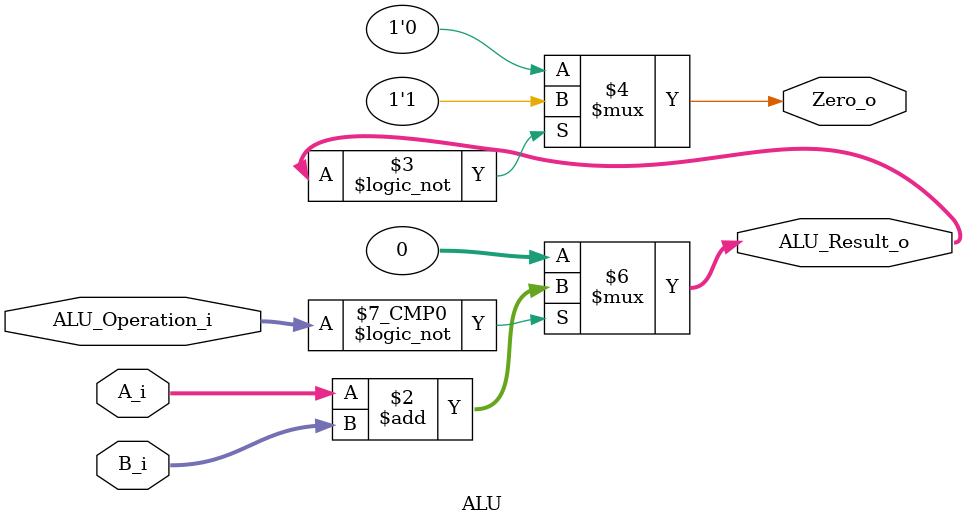
<source format=v>
/******************************************************************
* Description
*	This is an 32-bit arithetic logic unit that can execute the next set of operations:
*		add

* This ALU is written by using behavioral description.
* Version:
*	1.0
* Author:
*	Dr. José Luis Pizano Escalante
* email:
*	luispizano@iteso.mx
* Date:
*	16/08/2021
******************************************************************/

module ALU 
(
	input [3:0] ALU_Operation_i,
	input signed [31:0] A_i,
	input signed [31:0] B_i,
	output reg Zero_o,
	output reg [31:0] ALU_Result_o
);

localparam ADD 		= 4'b0000; 				//Instruccion ADD
	
	always @ (A_i or B_i or ALU_Operation_i)
		begin
			case (ALU_Operation_i)
			ADD: 										//Operacion add
				ALU_Result_o = A_i + B_i;
		
			default:
				ALU_Result_o = 0;
			endcase // case(control)
			
			Zero_o = (ALU_Result_o == 0) ? 1'b1 : 1'b0; //
			
		end // always @ (A or B or control)
endmodule // ALU
</source>
